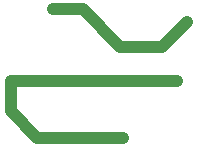
<source format=gbr>
%TF.GenerationSoftware,KiCad,Pcbnew,(6.0.8)*%
%TF.CreationDate,2022-10-17T23:02:59+03:00*%
%TF.ProjectId,KiCAD,4b694341-442e-46b6-9963-61645f706362,rev?*%
%TF.SameCoordinates,Original*%
%TF.FileFunction,Copper,L1,Top*%
%TF.FilePolarity,Positive*%
%FSLAX45Y45*%
G04 Gerber Fmt 4.5, Leading zero omitted, Abs format (unit mm)*
G04 Created by KiCad (PCBNEW (6.0.8)) date 2022-10-17 23:02:59*
%MOMM*%
%LPD*%
G01*
G04 APERTURE LIST*
%TA.AperFunction,Conductor*%
%ADD10C,1.000000*%
%TD*%
G04 APERTURE END LIST*
D10*
X6840000Y-3810000D02*
X5430000Y-3810000D01*
X5430000Y-3810000D02*
X5430000Y-4065000D01*
X5655000Y-4290000D02*
X6385000Y-4290000D01*
X5430000Y-4065000D02*
X5655000Y-4290000D01*
X6715000Y-3520000D02*
X6925000Y-3310000D01*
X6360000Y-3520000D02*
X6715000Y-3520000D01*
X5790000Y-3200000D02*
X6040000Y-3200000D01*
X6040000Y-3200000D02*
X6360000Y-3520000D01*
M02*

</source>
